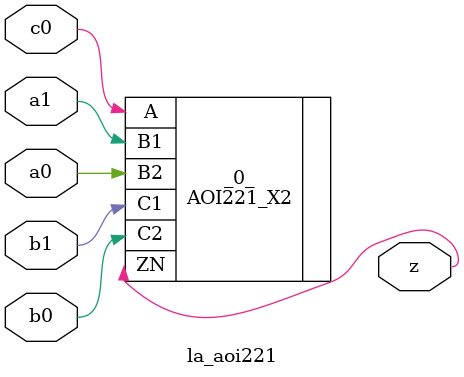
<source format=v>

/* Generated by Yosys 0.44 (git sha1 80ba43d26, g++ 11.4.0-1ubuntu1~22.04 -fPIC -O3) */

(* top =  1  *)
(* src = "generated" *)
(* keep_hierarchy *)
module la_aoi221 (
    a0,
    a1,
    b0,
    b1,
    c0,
    z
);
  (* src = "generated" *)
  input a0;
  wire a0;
  (* src = "generated" *)
  input a1;
  wire a1;
  (* src = "generated" *)
  input b0;
  wire b0;
  (* src = "generated" *)
  input b1;
  wire b1;
  (* src = "generated" *)
  input c0;
  wire c0;
  (* src = "generated" *)
  output z;
  wire z;
  AOI221_X2 _0_ (
      .A (c0),
      .B1(a1),
      .B2(a0),
      .C1(b1),
      .C2(b0),
      .ZN(z)
  );
endmodule

</source>
